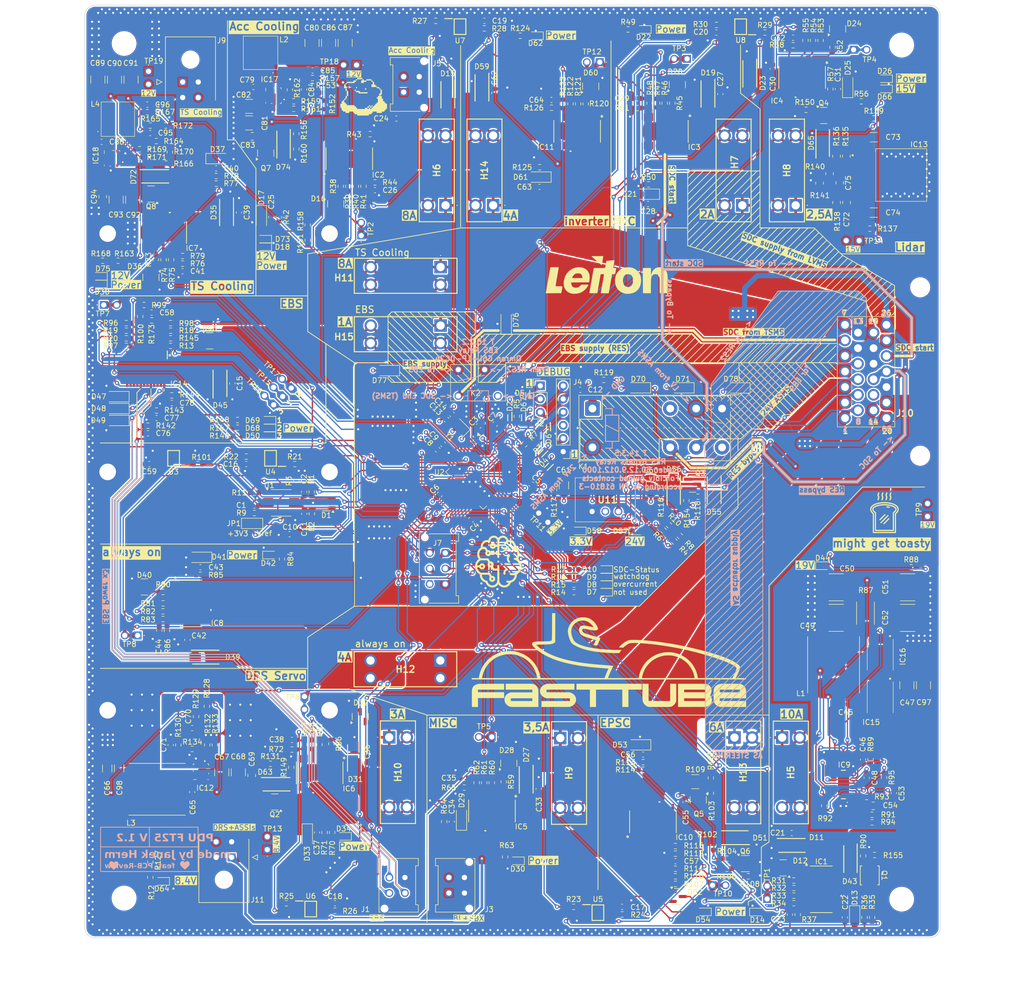
<source format=kicad_pcb>
(kicad_pcb
	(version 20240108)
	(generator "pcbnew")
	(generator_version "8.0")
	(general
		(thickness 1.6)
		(legacy_teardrops no)
	)
	(paper "A3")
	(title_block
		(title "PDU FT25")
		(date "2025-01-15")
		(rev "V1.2")
		(company "Janek Herm")
		(comment 1 "FasTTUBe Electronics")
	)
	(layers
		(0 "F.Cu" signal)
		(1 "In1.Cu" power)
		(2 "In2.Cu" signal)
		(31 "B.Cu" mixed)
		(32 "B.Adhes" user "B.Adhesive")
		(33 "F.Adhes" user "F.Adhesive")
		(34 "B.Paste" user)
		(35 "F.Paste" user)
		(36 "B.SilkS" user "B.Silkscreen")
		(37 "F.SilkS" user "F.Silkscreen")
		(38 "B.Mask" user)
		(39 "F.Mask" user)
		(40 "Dwgs.User" user "User.Drawings")
		(41 "Cmts.User" user "User.Comments")
		(42 "Eco1.User" user "User.Eco1")
		(43 "Eco2.User" user "User.Eco2")
		(44 "Edge.Cuts" user)
		(45 "Margin" user)
		(46 "B.CrtYd" user "B.Courtyard")
		(47 "F.CrtYd" user "F.Courtyard")
		(48 "B.Fab" user)
		(49 "F.Fab" user)
		(50 "User.1" user)
		(51 "User.2" user)
		(52 "User.3" user)
		(53 "User.4" user)
		(54 "User.5" user)
		(55 "User.6" user)
		(56 "User.7" user)
		(57 "User.8" user)
		(58 "User.9" user)
	)
	(setup
		(stackup
			(layer "F.SilkS"
				(type "Top Silk Screen")
			)
			(layer "F.Paste"
				(type "Top Solder Paste")
			)
			(layer "F.Mask"
				(type "Top Solder Mask")
				(thickness 0.01)
			)
			(layer "F.Cu"
				(type "copper")
				(thickness 0.035)
			)
			(layer "dielectric 1"
				(type "prepreg")
				(thickness 0.1)
				(material "FR4")
				(epsilon_r 4.5)
				(loss_tangent 0.02)
			)
			(layer "In1.Cu"
				(type "copper")
				(thickness 0.035)
			)
			(layer "dielectric 2"
				(type "core")
				(thickness 1.24)
				(material "FR4")
				(epsilon_r 4.5)
				(loss_tangent 0.02)
			)
			(layer "In2.Cu"
				(type "copper")
				(thickness 0.035)
			)
			(layer "dielectric 3"
				(type "prepreg")
				(thickness 0.1)
				(material "FR4")
				(epsilon_r 4.5)
				(loss_tangent 0.02)
			)
			(layer "B.Cu"
				(type "copper")
				(thickness 0.035)
			)
			(layer "B.Mask"
				(type "Bottom Solder Mask")
				(thickness 0.01)
			)
			(layer "B.Paste"
				(type "Bottom Solder Paste")
			)
			(layer "B.SilkS"
				(type "Bottom Silk Screen")
			)
			(copper_finish "None")
			(dielectric_constraints no)
		)
		(pad_to_mask_clearance 0)
		(allow_soldermask_bridges_in_footprints no)
		(pcbplotparams
			(layerselection 0x00010fc_ffffffff)
			(plot_on_all_layers_selection 0x0000000_00000000)
			(disableapertmacros no)
			(usegerberextensions no)
			(usegerberattributes yes)
			(usegerberadvancedattributes yes)
			(creategerberjobfile no)
			(dashed_line_dash_ratio 12.000000)
			(dashed_line_gap_ratio 3.000000)
			(svgprecision 4)
			(plotframeref no)
			(viasonmask no)
			(mode 1)
			(useauxorigin yes)
			(hpglpennumber 1)
			(hpglpenspeed 20)
			(hpglpendiameter 15.000000)
			(pdf_front_fp_property_popups yes)
			(pdf_back_fp_property_popups yes)
			(dxfpolygonmode yes)
			(dxfimperialunits yes)
			(dxfusepcbnewfont yes)
			(psnegative no)
			(psa4output no)
			(plotreference yes)
			(plotvalue no)
			(plotfptext yes)
			(plotinvisibletext no)
			(sketchpadsonfab no)
			(subtractmaskfromsilk yes)
			(outputformat 1)
			(mirror no)
			(drillshape 0)
			(scaleselection 1)
			(outputdirectory "gerber/")
		)
	)
	(net 0 "")
	(net 1 "GND")
	(net 2 "+3V3")
	(net 3 "stdCAN_H")
	(net 4 "/MCU/Vref")
	(net 5 "stdCAN_L")
	(net 6 "/MCU/NRST")
	(net 7 "Net-(D11-A2)")
	(net 8 "/powerstages/P_Out6a")
	(net 9 "/powerstages/IS4")
	(net 10 "Net-(D15-A2)")
	(net 11 "/connectors/P_Out1")
	(net 12 "/powerstages/IS1")
	(net 13 "Net-(D19-A2)")
	(net 14 "/powerstages/IS10")
	(net 15 "Net-(D23-A2)")
	(net 16 "/powerstages/P_Out9a")
	(net 17 "/powerstages/IS7")
	(net 18 "Net-(D27-A2)")
	(net 19 "/connectors/P_Out8")
	(net 20 "/powerstages/IS8")
	(net 21 "Net-(D31-A2)")
	(net 22 "/powerstages/P_Out5a")
	(net 23 "/powerstages/IS3")
	(net 24 "Net-(D35-A2)")
	(net 25 "/connectors/P_Out2")
	(net 26 "/powerstages/IS2")
	(net 27 "/connectors/P_Out9")
	(net 28 "/powerstages/IS9")
	(net 29 "Net-(IC9-CBOOT)")
	(net 30 "Net-(IC9-SW)")
	(net 31 "Net-(IC9-VCC)")
	(net 32 "Net-(D43-K)")
	(net 33 "Net-(IC9-PFM{slash}SYNC)")
	(net 34 "/connectors/P_Out4")
	(net 35 "Net-(C53-Pad2)")
	(net 36 "Net-(IC9-EXTCOMP)")
	(net 37 "Net-(D51-A2)")
	(net 38 "/connectors/P_Out5")
	(net 39 "/powerstages/IS5")
	(net 40 "Net-(D56-K)")
	(net 41 "Net-(D59-A2)")
	(net 42 "/connectors/P_Out6")
	(net 43 "/powerstages/IS6")
	(net 44 "Net-(IC12-SW)")
	(net 45 "Net-(IC12-BOOT)")
	(net 46 "/connectors/P_Out3")
	(net 47 "Net-(D63-K)")
	(net 48 "Net-(IC12-FB)")
	(net 49 "Net-(IC12-SS)")
	(net 50 "/connectors/P_Out7")
	(net 51 "Net-(IC13-FB)")
	(net 52 "Net-(D65-K)")
	(net 53 "Net-(IC13-SS)")
	(net 54 "/MCU/SWCLK")
	(net 55 "/MCU/SWDIO")
	(net 56 "/MCU/UART_RX")
	(net 57 "/MCU/UART_TX")
	(net 58 "Net-(D7-A)")
	(net 59 "Net-(D8-A)")
	(net 60 "Net-(D9-A)")
	(net 61 "Net-(D10-A)")
	(net 62 "Net-(D12-A)")
	(net 63 "unconnected-(D12-NC-Pad2)")
	(net 64 "Net-(D14-A)")
	(net 65 "Net-(D16-A)")
	(net 66 "unconnected-(D16-NC-Pad2)")
	(net 67 "Net-(D18-A)")
	(net 68 "Net-(D20-A)")
	(net 69 "unconnected-(D20-NC-Pad2)")
	(net 70 "Net-(D22-A)")
	(net 71 "Net-(D24-A)")
	(net 72 "unconnected-(D24-NC-Pad2)")
	(net 73 "Net-(D26-A)")
	(net 74 "Net-(D28-A)")
	(net 75 "unconnected-(D28-NC-Pad2)")
	(net 76 "Net-(D30-A)")
	(net 77 "unconnected-(D32-NC-Pad2)")
	(net 78 "Net-(D32-A)")
	(net 79 "Net-(D34-A)")
	(net 80 "Net-(D36-A)")
	(net 81 "unconnected-(D36-NC-Pad2)")
	(net 82 "Net-(D38-A)")
	(net 83 "Net-(D43-A)")
	(net 84 "Net-(D44-A)")
	(net 85 "Net-(D45-A2)")
	(net 86 "/powerstages/IS11")
	(net 87 "/connectors/P_Out12")
	(net 88 "unconnected-(D52-NC-Pad2)")
	(net 89 "Net-(D52-A)")
	(net 90 "Net-(D54-A)")
	(net 91 "Net-(D56-A)")
	(net 92 "Net-(D57-A)")
	(net 93 "Net-(D58-A)")
	(net 94 "unconnected-(D60-NC-Pad2)")
	(net 95 "Net-(D60-A)")
	(net 96 "Net-(D62-A)")
	(net 97 "Net-(D63-A)")
	(net 98 "Net-(D64-A)")
	(net 99 "Net-(D65-A)")
	(net 100 "Net-(D66-A)")
	(net 101 "/connectors/P_Out11")
	(net 102 "/connectors/P_Out10")
	(net 103 "Net-(D46-A)")
	(net 104 "+24V")
	(net 105 "Net-(IC1-IS)")
	(net 106 "Net-(IC1-GND)")
	(net 107 "Net-(IC1-IN)")
	(net 108 "Net-(IC1-DEN)")
	(net 109 "Net-(IC2-IS)")
	(net 110 "Net-(IC2-IN)")
	(net 111 "Net-(IC2-DEN)")
	(net 112 "Net-(IC2-GND)")
	(net 113 "Net-(IC3-IN)")
	(net 114 "Net-(IC3-GND)")
	(net 115 "Net-(IC3-IS)")
	(net 116 "Net-(IC3-DEN)")
	(net 117 "Net-(IC4-IN)")
	(net 118 "Net-(IC4-GND)")
	(net 119 "Net-(IC4-IS)")
	(net 120 "Net-(IC4-DEN)")
	(net 121 "Net-(IC5-GND)")
	(net 122 "Net-(IC5-DEN)")
	(net 123 "Net-(IC5-IS)")
	(net 124 "Net-(IC5-IN)")
	(net 125 "Net-(IC6-GND)")
	(net 126 "Net-(IC6-IN)")
	(net 127 "Net-(IC6-DEN)")
	(net 128 "Net-(IC6-IS)")
	(net 129 "Net-(IC7-IN)")
	(net 130 "Net-(IC7-IS)")
	(net 131 "Net-(IC7-GND)")
	(net 132 "Net-(IC7-DEN)")
	(net 133 "Net-(IC9-CNFG)")
	(net 134 "Net-(IC9-PG{slash}SYNCOUT)")
	(net 135 "Net-(IC9-RT)")
	(net 136 "Net-(IC9-ISNS+)")
	(net 137 "Net-(IC9-HO)")
	(net 138 "Net-(IC9-LO)")
	(net 139 "Net-(IC9-FB)")
	(net 140 "Net-(IC10-IS)")
	(net 141 "Net-(IC10-IN)")
	(net 142 "Net-(IC10-DEN)")
	(net 143 "Net-(IC10-GND)")
	(net 144 "Net-(IC11-DEN)")
	(net 145 "Net-(IC11-IS)")
	(net 146 "Net-(IC11-IN)")
	(net 147 "Net-(IC11-GND)")
	(net 148 "Net-(IC12-PG)")
	(net 149 "Net-(IC12-MODE)")
	(net 150 "Net-(IC12-EN)")
	(net 151 "Net-(IC13-RON)")
	(net 152 "Net-(IC13-EN)")
	(net 153 "/MCU/SWO")
	(net 154 "FDCAN_H")
	(net 155 "FDCAN_L")
	(net 156 "/RBR/SDC bypass")
	(net 157 "24V ASMS")
	(net 158 "Net-(JP1-C)")
	(net 159 "unconnected-(K1-Pad12)")
	(net 160 "unconnected-(K1-Pad24)")
	(net 161 "Net-(K1-PadA1)")
	(net 162 "unconnected-(D46-NC-Pad2)")
	(net 163 "Net-(IC14-DSEL1)")
	(net 164 "Net-(Q5-D)")
	(net 165 "Net-(Q5-G)")
	(net 166 "Net-(Q6-G)")
	(net 167 "Net-(Q6-D)")
	(net 168 "Net-(U1-Rs)")
	(net 169 "Net-(U2-PA0)")
	(net 170 "Net-(U2-BOOT0)")
	(net 171 "Net-(U2-PC0)")
	(net 172 "Net-(U2-PA11)")
	(net 173 "/MCU/CAN_RX")
	(net 174 "/MCU/CAN_TX")
	(net 175 "Net-(U2-PA12)")
	(net 176 "unconnected-(U2-PB7-Pad59)")
	(net 177 "unconnected-(U2-PA15-Pad50)")
	(net 178 "/MCU/STATUS_LED1")
	(net 179 "/MCU/STATUS_LED2")
	(net 180 "/MCU/STATUS_LED3")
	(net 181 "/MCU/STATUS_LED4")
	(net 182 "Net-(R12-Pad1)")
	(net 183 "Net-(U4A--)")
	(net 184 "/MCU/ISENSE1")
	(net 185 "Net-(U4B--)")
	(net 186 "/MCU/ISENSE2")
	(net 187 "/MCU/ISENSE3")
	(net 188 "Net-(U5A--)")
	(net 189 "Net-(U5B--)")
	(net 190 "/MCU/ISENSE4")
	(net 191 "/MCU/ISENSE5")
	(net 192 "Net-(U6A--)")
	(net 193 "Net-(U6B--)")
	(net 194 "/MCU/ISENSE6")
	(net 195 "/MCU/ISENSE7")
	(net 196 "Net-(U7A--)")
	(net 197 "Net-(U7B--)")
	(net 198 "/MCU/ISENSE8")
	(net 199 "/MCU/ISENSE9")
	(net 200 "Net-(U8A--)")
	(net 201 "Net-(U8B--)")
	(net 202 "/MCU/ISENSE10")
	(net 203 "/MCU/IN4")
	(net 204 "/MCU/IN1")
	(net 205 "/MCU/IN10")
	(net 206 "/MCU/IN7")
	(net 207 "/MCU/IN8")
	(net 208 "/MCU/IN3")
	(net 209 "/MCU/IN2")
	(net 210 "/MCU/IN9")
	(net 211 "/MCU/IN11")
	(net 212 "/MCU/IN12")
	(net 213 "/MCU/IN13")
	(net 214 "/MCU/PC_Read")
	(net 215 "/MCU/PC_EN")
	(net 216 "/MCU/IN5")
	(net 217 "/MCU/IN6")
	(net 218 "/MCU/XTAL_OUT")
	(net 219 "unconnected-(U2-PC5-Pad25)")
	(net 220 "Net-(IC14-GND)")
	(net 221 "unconnected-(U2-PC12-Pad53)")
	(net 222 "Net-(IC14-DEN)")
	(net 223 "Net-(IC14-IN2)")
	(net 224 "/MCU/XTAL_IN")
	(net 225 "unconnected-(U2-PD2-Pad54)")
	(net 226 "unconnected-(IC14-OUT3-Pad13)")
	(net 227 "Net-(IC14-IN0)")
	(net 228 "Net-(IC14-IN3)")
	(net 229 "Net-(IC14-DSEL0)")
	(net 230 "Net-(IC14-IN1)")
	(net 231 "Net-(IC14-IS)")
	(net 232 "/MCU/DSEL0")
	(net 233 "/MCU/DSEL1")
	(net 234 "Net-(U3A--)")
	(net 235 "/MCU/ISENSE11")
	(net 236 "Net-(U3B--)")
	(net 237 "unconnected-(IC9-NC_1-Pad1)")
	(net 238 "unconnected-(IC9-NC_2-Pad2)")
	(net 239 "unconnected-(IC9-NC_4-Pad23)")
	(net 240 "unconnected-(IC9-NC_3-Pad22)")
	(net 241 "unconnected-(IC9-NC_5-Pad24)")
	(net 242 "Net-(D50-A)")
	(net 243 "Net-(D68-A)")
	(net 244 "Net-(D69-A)")
	(net 245 "/connectors/P_Out14")
	(net 246 "/connectors/P_Out13")
	(net 247 "Net-(IC17-SW)")
	(net 248 "Net-(IC17-BOOT)")
	(net 249 "Net-(D72-K)")
	(net 250 "Net-(IC17-FB)")
	(net 251 "Net-(IC17-SS)")
	(net 252 "Net-(IC18-BOOT)")
	(net 253 "Net-(IC18-SW)")
	(net 254 "Net-(D74-K)")
	(net 255 "Net-(IC18-FB)")
	(net 256 "Net-(IC18-SS)")
	(net 257 "Net-(D72-A)")
	(net 258 "Net-(D73-A)")
	(net 259 "Net-(D74-A)")
	(net 260 "Net-(D75-A)")
	(net 261 "Net-(IC17-PG)")
	(net 262 "Net-(IC17-MODE)")
	(net 263 "Net-(IC17-EN)")
	(net 264 "Net-(IC18-PG)")
	(net 265 "Net-(IC18-MODE)")
	(net 266 "Net-(IC18-EN)")
	(net 267 "Net-(R151-Pad2)")
	(net 268 "Net-(R163-Pad2)")
	(net 269 "EBS supply")
	(net 270 "AS actuator supply")
	(net 271 "unconnected-(IC1-NC-Pad7)")
	(net 272 "unconnected-(IC1-NC-Pad1)")
	(net 273 "unconnected-(IC1-NC-Pad14)")
	(net 274 "unconnected-(IC1-NC-Pad8)")
	(net 275 "unconnected-(IC1-NC-Pad9)")
	(net 276 "unconnected-(IC1-NC-Pad13)")
	(net 277 "unconnected-(IC1-NC-Pad2)")
	(net 278 "unconnected-(IC2-NC-Pad2)")
	(net 279 "unconnected-(IC2-NC-Pad7)")
	(net 280 "unconnected-(IC2-NC-Pad8)")
	(net 281 "unconnected-(IC2-NC-Pad14)")
	(net 282 "unconnected-(IC2-NC-Pad1)")
	(net 283 "unconnected-(IC2-NC-Pad9)")
	(net 284 "unconnected-(IC2-NC-Pad13)")
	(net 285 "unconnected-(IC3-NC-Pad8)")
	(net 286 "unconnected-(IC3-NC-Pad1)")
	(net 287 "unconnected-(IC3-NC-Pad7)")
	(net 288 "unconnected-(IC3-NC-Pad14)")
	(net 289 "unconnected-(IC3-NC-Pad13)")
	(net 290 "unconnected-(IC3-NC-Pad9)")
	(net 291 "unconnected-(IC3-NC-Pad2)")
	(net 292 "unconnected-(IC4-NC-Pad2)")
	(net 293 "unconnected-(IC4-NC-Pad1)")
	(net 294 "unconnected-(IC4-NC-Pad13)")
	(net 295 "unconnected-(IC4-NC-Pad7)")
	(net 296 "unconnected-(IC4-NC-Pad9)")
	(net 297 "unconnected-(IC4-NC-Pad8)")
	(net 298 "unconnected-(IC4-NC-Pad14)")
	(net 299 "unconnected-(IC5-NC-Pad1)")
	(net 300 "unconnected-(IC5-NC-Pad8)")
	(net 301 "unconnected-(IC5-NC-Pad9)")
	(net 302 "unconnected-(IC5-NC-Pad14)")
	(net 303 "unconnected-(IC5-NC-Pad13)")
	(net 304 "unconnected-(IC5-NC-Pad2)")
	(net 305 "unconnected-(IC5-NC-Pad7)")
	(net 306 "unconnected-(IC6-NC-Pad14)")
	(net 307 "unconnected-(IC6-NC-Pad2)")
	(net 308 "unconnected-(IC6-NC-Pad7)")
	(net 309 "unconnected-(IC6-NC-Pad1)")
	(net 310 "unconnected-(IC6-NC-Pad9)")
	(net 311 "unconnected-(IC6-NC-Pad8)")
	(net 312 "unconnected-(IC6-NC-Pad13)")
	(net 313 "unconnected-(IC7-NC-Pad1)")
	(net 314 "unconnected-(IC7-NC-Pad9)")
	(net 315 "unconnected-(IC7-NC-Pad14)")
	(net 316 "unconnected-(IC7-NC-Pad13)")
	(net 317 "unconnected-(IC7-NC-Pad7)")
	(net 318 "unconnected-(IC7-NC-Pad8)")
	(net 319 "unconnected-(IC7-NC-Pad2)")
	(net 320 "unconnected-(IC10-NC-Pad14)")
	(net 321 "unconnected-(IC10-NC-Pad8)")
	(net 322 "unconnected-(IC10-NC-Pad13)")
	(net 323 "unconnected-(IC10-NC-Pad9)")
	(net 324 "unconnected-(IC10-NC-Pad1)")
	(net 325 "unconnected-(IC10-NC-Pad7)")
	(net 326 "unconnected-(IC10-NC-Pad2)")
	(net 327 "unconnected-(IC11-NC-Pad1)")
	(net 328 "unconnected-(IC11-NC-Pad13)")
	(net 329 "unconnected-(IC11-NC-Pad2)")
	(net 330 "unconnected-(IC11-NC-Pad7)")
	(net 331 "unconnected-(IC11-NC-Pad9)")
	(net 332 "unconnected-(IC11-NC-Pad8)")
	(net 333 "unconnected-(IC11-NC-Pad14)")
	(net 334 "unconnected-(IC14-NC-Pad21)")
	(net 335 "unconnected-(IC14-NC-Pad19)")
	(net 336 "unconnected-(IC14-NC-Pad15)")
	(net 337 "unconnected-(IC14-NC-Pad18)")
	(net 338 "unconnected-(IC14-NC-Pad23)")
	(net 339 "unconnected-(IC14-NC-Pad22)")
	(net 340 "unconnected-(IC14-NC-Pad14)")
	(net 341 "unconnected-(IC14-NC-Pad12)")
	(net 342 "unconnected-(IC14-NC-Pad1)")
	(net 343 "unconnected-(IC14-NC-Pad16)")
	(net 344 "/EBSR/EBS power")
	(net 345 "unconnected-(U2-PC14-Pad3)")
	(net 346 "unconnected-(U2-PC15-Pad4)")
	(net 347 "unconnected-(U2-PC13-Pad2)")
	(net 348 "Net-(R100-Pad1)")
	(net 349 "/RBR/RES")
	(net 350 "TSMS SDC")
	(net 351 "unconnected-(IC14-NC-Pad3)")
	(net 352 "unconnected-(U2-PB0-Pad26)")
	(net 353 "Net-(D39-A2)")
	(net 354 "unconnected-(D40-NC-Pad2)")
	(net 355 "Net-(D40-A)")
	(net 356 "Net-(D42-A)")
	(net 357 "unconnected-(IC8-NC-Pad8)")
	(net 358 "unconnected-(IC8-NC-Pad13)")
	(net 359 "Net-(IC8-IN)")
	(net 360 "unconnected-(IC8-NC-Pad9)")
	(net 361 "unconnected-(IC8-NC-Pad1)")
	(net 362 "Net-(IC8-DEN)")
	(net 363 "Net-(IC8-GND)")
	(net 364 "Net-(IC8-IS)")
	(net 365 "unconnected-(IC8-NC-Pad2)")
	(net 366 "unconnected-(IC8-NC-Pad14)")
	(net 367 "unconnected-(IC8-NC-Pad7)")
	(net 368 "unconnected-(J10-Pin_15-Pad15)")
	(footprint "5025:5025" (layer "F.Cu") (at 165.32 98.46 90))
	(footprint "Resistor_SMD:R_0603_1608Metric" (layer "F.Cu") (at 161.375 88.955 90))
	(footprint "Resistor_SMD:R_0603_1608Metric" (layer "F.Cu") (at 128.645 103.135 -90))
	(footprint "Capacitor_SMD:C_1210_3225Metric" (layer "F.Cu") (at 162.225 61.275 90))
	(footprint "BTT6010-1ERB:SOIC14_BTT6010-1ERB_INF" (layer "F.Cu") (at 163.019 83.649799 90))
	(footprint "824501241:DIOM5127X250N" (layer "F.Cu") (at 139.345 93.995 -90))
	(footprint "Resistor_SMD:R_0603_1608Metric" (layer "F.Cu") (at 122.555 83.275))
	(footprint "Package_TO_SOT_SMD:SOT-23" (layer "F.Cu") (at 124.75 106.535 -90))
	(footprint "Package_TO_SOT_SMD:SOT-23" (layer "F.Cu") (at 165.14 191.314998 90))
	(footprint "Resistor_SMD:R_0603_1608Metric" (layer "F.Cu") (at 135.615001 196.775 90))
	(footprint "Resistor_SMD:R_0603_1608Metric" (layer "F.Cu") (at 155.915 68.065))
	(footprint "Capacitor_SMD:C_1210_3225Metric" (layer "F.Cu") (at 143.685 76.725 180))
	(footprint "Resistor_SMD:R_0603_1608Metric" (layer "F.Cu") (at 135.545001 189.315 -90))
	(footprint "LED_SMD:LED_0603_1608Metric" (layer "F.Cu") (at 266.295 70.155 180))
	(footprint "brain:heart" (layer "F.Cu") (at 117.6 220.05))
	(footprint "Resistor_SMD:R_0603_1608Metric" (layer "F.Cu") (at 127.585 77.225))
	(footprint "ESD321DYAR:SODFL1608X77N" (layer "F.Cu") (at 193.99 133.625 -90))
	(footprint "Diode_SMD:D_SOD-123F" (layer "F.Cu") (at 218.94 127.854999 180))
	(footprint "5025:5025" (layer "F.Cu") (at 147.190001 216.99 90))
	(footprint "Resistor_SMD:R_0603_1608Metric" (layer "F.Cu") (at 147.805 200.415))
	(footprint "5025:5025" (layer "F.Cu") (at 261.38 99.44 180))
	(footprint "MountingHole:MountingHole_3.2mm_M3_DIN965_Pad" (layer "F.Cu") (at 116.41 144.08 -90))
	(footprint "Resistor_SMD:R_0603_1608Metric" (layer "F.Cu") (at 254.645 208.515 -90))
	(footprint "3557-15:355715" (layer "F.Cu") (at 180.58 180.485 180))
	(footprint "Resistor_SMD:R_0603_1608Metric" (layer "F.Cu") (at 264.205001 75.855))
	(footprint "Capacitor_SMD:C_0603_1608Metric" (layer "F.Cu") (at 156.795 213.675001 -90))
	(footprint "Resistor_SMD:R_0603_1608Metric" (layer "F.Cu") (at 120.005477 118.297452))
	(footprint "MountingHole:MountingHole_4.3mm_M4" (layer "F.Cu") (at 119.575 226.345))
	(footprint "Capacitor_SMD:C_1210_3225Metric" (layer "F.Cu") (at 138.414747 202.063428 90))
	(footprint "Diode_SMD:D_SOD-123F" (layer "F.Cu") (at 146.065 94.88 -90))
	(footprint "Capacitor_SMD:C_0603_1608Metric" (layer "F.Cu") (at 185.205 203.145 180))
	(footprint "Resistor_SMD:R_0603_1608Metric" (layer "F.Cu") (at 225.925 220.675))
	(footprint "Resistor_SMD:R_0603_1608Metric"
		(layer "F.Cu")
		(uuid "15025461-dcc7-4f61-9542-8f8e8ec99700")
		(at 154.995 99.365 90)
		(descr "Resistor SMD 0603 (1608 Metric), square (rectangular) end terminal, IPC_7351 nominal, (Body size source: IPC-SM-782 page 72, https://www.pcb-3d.com/wordpress/wp-content/uploads/ipc-sm-782a_amendment_1_and_2.pdf), generated with kicad-footprint-generator")
		(tags "resistor")
		(property "Reference" "R151"
			(at -0.65 -1.42 90)
			(layer "F.SilkS")
			(uuid "122f886c-686c-4dca-9df4-687a2b60e366")
			(effects
				(font
					(size 1 1)
					(thickness 0.15)
				)
			)
		)
		(property "Value" "1k"
			(at 0 1.43 90)
			(layer "F.Fab")
			(uuid "a592b584-abae-4bea-8bc8-0a8ffebe0b80")
			(effects
				(font
					(size 1 1)
					(thickness 0.15)
				)
			)
		)
		(property "Footprint" "Resistor_SMD:R_0603_1608Metric"
			(at 0 0 90)
			(unlocked yes)
			(layer "F.Fab")
			(hide yes)
			(uuid "1c5f638a-4832-4642-88d6-97d1baf0f576")
			(effects
				(font
					(size 1.27 1.27)
					(thickness 0.15)
				)
			)
		)
		(property "Datasheet" ""
			(at 0 0 90)
			(unlocked yes)
			(layer "F.Fab")
			(hide yes)
			(uuid "59d60a19-0eeb-4754-9aba-e42d43305fa7")
			(effects
				(font
					(size 1.27 1.27)
					(thickness 0.15)
				)
			)
		)
		(property "Description" "Resistor, small symbol"
			(at 0 0 90)
			(unlocked yes)
			(layer "F.Fab")
			(hide yes)
			(uuid "33615a10-7215-4795-96b9-fa93cea6c121")
			(effects
				(font
					(size 1.27 1.27)
					(thickness 0.15)
				)
			)
		)
		(property ki_fp_filters "R_*")
		(path "/780d04e9-366d-4b48-88f6-229428c96c3a/2688228a-78b0-463b-82bd-42a0dedab640/a31b0199-c63c-4e83-8127-1fac1a9facaf")
		(sheetname "ACC pump DCDC")
		(sheetfile "pumpDCDC.kicad_sch")
		(attr smd)
		(fp_line
			(start -0.237258 -0.5225)
			(end 0.237258 -0.5225)
			(stroke
				(width 0.12)
				(type solid)
			)
			(layer "F.SilkS")
			(uuid "dc8e5fd8-4ca3-4c1d-b1f5-6eaae540711d")
		)
		(fp_line
			(start -0.237258 0.5225)
			(end 0.237258 0.5225)
			(stroke
				(width 0.12)
				(type solid)
			)
			(layer "F.SilkS")
			(uuid "6c0a18d3-6077-4bcb-825a-872d2e6b7716")
		)
		(fp_line
			(start 1.48 -0.73)
			(end 1.48 0.73)
			(stroke
				(width 0.05)
				(type solid)
			)
			(layer "F.CrtYd")
			(uuid "7313f3b4-9a54-4d87-8c75-088e5090a017")
		)
		(fp_line
			(start -1.48 -0.73)
			(end 1.48 -0.73)
			(stroke
				(width 0.05)
				(type solid)
			)
			(layer "F.CrtYd")
			(uuid "6af3927a-7d15-47f2-a5a0-8445f1b4c182")
		)
		(fp_line
			(start 1.48 0.73)
			(end -1.48 0.73)
			(stroke
				(width 0.05)
				(type solid)
			)
			(layer "F.CrtYd")
			(uuid "72e13f33-6639-4f39-84e2-7a3d4ba4715a")
		)
		(fp_line
			(start -1.48 0.73)
			(end -1.48 -0.73)
			(stroke
				(width 0.05)
				(type solid)
			)
			(layer "F.CrtYd")
			(uuid "ff98d762-9a6b-4848-89e9-20b6125bce37")
		)
		(fp_line
			(start 0.8 -0.4125)
			(end 0.8 0.4125)
			(stroke
				(width 0.1)
				(type solid)
			)
			(layer "F.Fab")
			(uuid "fe961a65-105c-43a7-89d7-5c7c44acd8a1")
		)
		(fp_line
			(start -0.8 -0.4125)
			(end 0.8 -0.4125)
			(stroke
				(width 0.1)
				(type solid)
			)
			(layer "F.Fab")
			(uuid "bb8064fe-6479-4ead-87cb-214fa68d7676")
		)
		(fp_line
			(start 0.8 0.4125)
			(end -0.8 0.4125)
			(stroke
				(width 0.1)
				(type solid)
			)
			(layer "F.Fab")
			(uuid "0ba98a26-6841-4152-aae7-55d7e1c78c39")
		)
		(fp_line
			(start -0.8 0.4125)
			(end -0.8 -0.4125)
			(stroke
				(width 0.1)
				(type solid)
			)
			(layer "F.Fab")
			(uuid "5d11a3ad-477d-4115-9465-9e9afb18566f")
		)
		(fp_text user "${REFERENCE}"
			(at 0 0 90)
			(layer "F.Fab")
			(uuid "17fd480c-78e4-42b3-bdb3-934d3a1139dc")
			(effects
				(fo
... [9302843 chars truncated]
</source>
